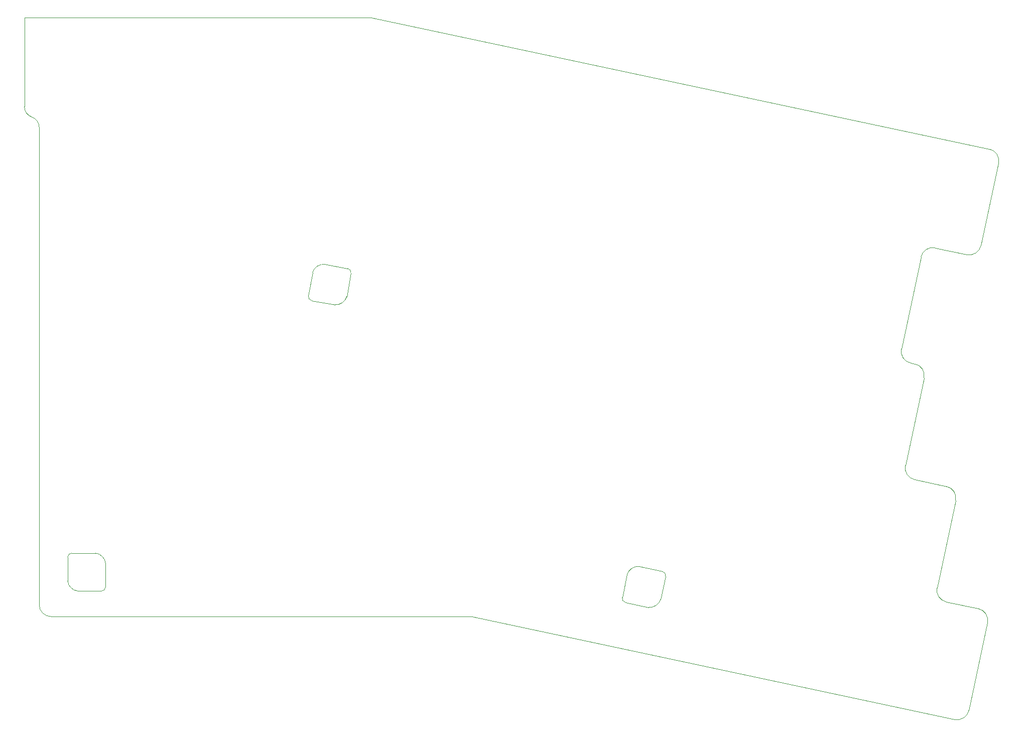
<source format=gm1>
G04 #@! TF.GenerationSoftware,KiCad,Pcbnew,(6.0.9)*
G04 #@! TF.CreationDate,2022-11-10T21:17:26+01:00*
G04 #@! TF.ProjectId,arisu,61726973-752e-46b6-9963-61645f706362,1.1*
G04 #@! TF.SameCoordinates,Original*
G04 #@! TF.FileFunction,Profile,NP*
%FSLAX46Y46*%
G04 Gerber Fmt 4.6, Leading zero omitted, Abs format (unit mm)*
G04 Created by KiCad (PCBNEW (6.0.9)) date 2022-11-10 21:17:26*
%MOMM*%
%LPD*%
G01*
G04 APERTURE LIST*
G04 #@! TA.AperFunction,Profile*
%ADD10C,0.000100*%
G04 #@! TD*
G04 APERTURE END LIST*
D10*
X166446039Y-111145352D02*
G75*
G03*
X167986455Y-113517462I1956261J-415848D01*
G01*
X174955647Y-117043489D02*
X171816178Y-131813518D01*
X15000001Y-33500000D02*
X15000000Y-114000000D01*
X173415173Y-114671369D02*
X167986455Y-113517462D01*
X169444063Y-133353974D02*
G75*
G03*
X171816178Y-131813518I415837J1956274D01*
G01*
X175270535Y-37163387D02*
X71000002Y-15000002D01*
X15000000Y-33500000D02*
G75*
G03*
X13750001Y-31750000I-1850000J0D01*
G01*
X164253766Y-75766440D02*
X161114299Y-90536468D01*
X162713295Y-73394321D02*
X161979683Y-73238387D01*
X169575055Y-96424221D02*
X166445984Y-111145340D01*
X174955725Y-117043505D02*
G75*
G03*
X173415173Y-114671369I-1956325J415805D01*
G01*
X12500000Y-30000000D02*
G75*
G03*
X13750001Y-31750000I1850000J0D01*
G01*
X171486541Y-54965674D02*
X166106730Y-53822157D01*
X12500000Y-15000000D02*
X12500000Y-30000000D01*
X161114314Y-90536471D02*
G75*
G03*
X162654770Y-92908586I1956286J-415829D01*
G01*
X169575089Y-96424228D02*
G75*
G03*
X168034583Y-94052101I-1956289J415828D01*
G01*
X15000000Y-114000000D02*
G75*
G03*
X17000000Y-116000000I2000000J0D01*
G01*
X163734612Y-55362627D02*
X160439211Y-70866269D01*
X176811005Y-39535503D02*
X173858661Y-53425200D01*
X164253769Y-75766441D02*
G75*
G03*
X162713295Y-73394321I-1956269J415841D01*
G01*
X169444060Y-133353989D02*
X87964366Y-116000000D01*
X176811019Y-39535506D02*
G75*
G03*
X175270535Y-37163387I-1956319J415806D01*
G01*
X166106721Y-53822201D02*
G75*
G03*
X163734612Y-55362627I-415821J-1956299D01*
G01*
X17000000Y-116000000D02*
X87964366Y-116000000D01*
X171486546Y-54965650D02*
G75*
G03*
X173858661Y-53425200I415854J1956250D01*
G01*
X168034583Y-94052101D02*
X162654770Y-92908586D01*
X71000002Y-15000002D02*
X12500000Y-15000000D01*
X160439215Y-70866270D02*
G75*
G03*
X161979683Y-73238387I1956285J-415830D01*
G01*
X24500000Y-105300000D02*
X20500000Y-105300000D01*
X26200000Y-107000000D02*
X26200000Y-111000000D01*
X21500000Y-111700000D02*
X25500000Y-111700000D01*
X19800000Y-110000000D02*
X19800000Y-106000000D01*
X19800000Y-110000000D02*
G75*
G03*
X21500000Y-111700000I1943948J243948D01*
G01*
X26200000Y-107000000D02*
G75*
G03*
X24500000Y-105300000I-1943950J-243950D01*
G01*
X20500000Y-105300000D02*
G75*
G03*
X19800000Y-106000000I-1J-699999D01*
G01*
X25500000Y-111700000D02*
G75*
G03*
X26200000Y-111000000I0J700000D01*
G01*
X114181795Y-108867461D02*
X113350148Y-112780052D01*
X116198096Y-107558060D02*
X120110686Y-108389707D01*
X119818205Y-113132539D02*
X120649852Y-109219948D01*
X117801904Y-114441940D02*
X113889314Y-113610293D01*
X117801904Y-114441940D02*
G75*
G03*
X119818205Y-113132539I165552J1952188D01*
G01*
X116198096Y-107558060D02*
G75*
G03*
X114181795Y-108867461I-165551J-1952190D01*
G01*
X120649851Y-109219948D02*
G75*
G03*
X120110686Y-108389707I-684703J145538D01*
G01*
X113350150Y-112780052D02*
G75*
G03*
X113889314Y-113610293I684701J-145539D01*
G01*
X61109087Y-57967114D02*
X60414495Y-61906345D01*
X66890913Y-62032886D02*
X67585505Y-58093655D01*
X63078463Y-56588143D02*
X67017694Y-57282736D01*
X64921537Y-63411857D02*
X60982306Y-62717264D01*
X63078463Y-56588143D02*
G75*
G03*
X61109087Y-57967114I-97320J-1956778D01*
G01*
X64921537Y-63411857D02*
G75*
G03*
X66890913Y-62032886I97322J1956776D01*
G01*
X60414496Y-61906345D02*
G75*
G03*
X60982306Y-62717264I689363J-121555D01*
G01*
X67585505Y-58093655D02*
G75*
G03*
X67017694Y-57282736I-689365J121554D01*
G01*
M02*

</source>
